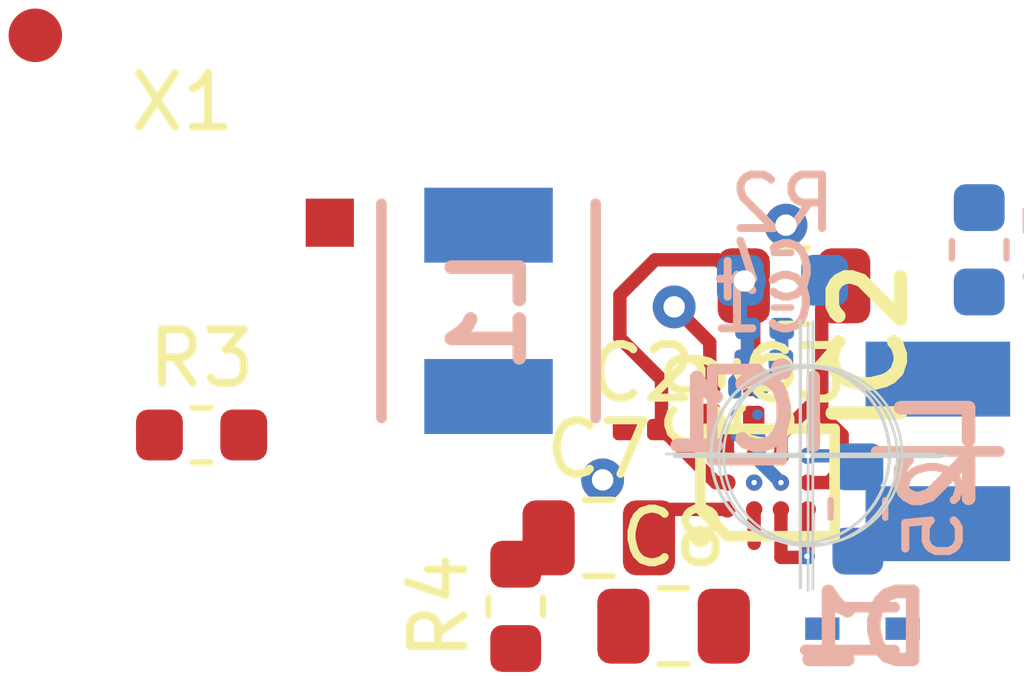
<source format=kicad_pcb>
(kicad_pcb (version 20171130) (host pcbnew "(5.1.5)-3")

  (general
    (thickness 1.6)
    (drawings 4)
    (tracks 58)
    (zones 0)
    (modules 19)
    (nets 17)
  )

  (page A4)
  (layers
    (0 F.Cu signal)
    (31 B.Cu signal)
    (32 B.Adhes user hide)
    (33 F.Adhes user hide)
    (34 B.Paste user hide)
    (35 F.Paste user hide)
    (36 B.SilkS user hide)
    (37 F.SilkS user hide)
    (38 B.Mask user hide)
    (39 F.Mask user hide)
    (40 Dwgs.User user hide)
    (41 Cmts.User user hide)
    (42 Eco1.User user hide)
    (43 Eco2.User user hide)
    (44 Edge.Cuts user hide)
    (45 Margin user hide)
    (46 B.CrtYd user hide)
    (47 F.CrtYd user hide)
    (48 B.Fab user hide)
    (49 F.Fab user hide)
  )

  (setup
    (last_trace_width 0.25)
    (trace_clearance 0.2)
    (zone_clearance 0.508)
    (zone_45_only no)
    (trace_min 0.2)
    (via_size 0.8)
    (via_drill 0.4)
    (via_min_size 0.4)
    (via_min_drill 0.3)
    (uvia_size 0.3)
    (uvia_drill 0.1)
    (uvias_allowed no)
    (uvia_min_size 0.2)
    (uvia_min_drill 0.1)
    (edge_width 0.05)
    (segment_width 0.2)
    (pcb_text_width 0.3)
    (pcb_text_size 1.5 1.5)
    (mod_edge_width 0.12)
    (mod_text_size 1 1)
    (mod_text_width 0.15)
    (pad_size 1.524 1.524)
    (pad_drill 0.762)
    (pad_to_mask_clearance 0.051)
    (solder_mask_min_width 0.25)
    (aux_axis_origin 0 0)
    (visible_elements 7EFDAE7F)
    (pcbplotparams
      (layerselection 0x010fc_ffffffff)
      (usegerberextensions false)
      (usegerberattributes false)
      (usegerberadvancedattributes false)
      (creategerberjobfile false)
      (excludeedgelayer true)
      (linewidth 0.100000)
      (plotframeref false)
      (viasonmask false)
      (mode 1)
      (useauxorigin false)
      (hpglpennumber 1)
      (hpglpenspeed 20)
      (hpglpendiameter 15.000000)
      (psnegative false)
      (psa4output false)
      (plotreference true)
      (plotvalue true)
      (plotinvisibletext false)
      (padsonsilk false)
      (subtractmaskfromsilk false)
      (outputformat 1)
      (mirror false)
      (drillshape 1)
      (scaleselection 1)
      (outputdirectory ""))
  )

  (net 0 "")
  (net 1 GND)
  (net 2 +3V3)
  (net 3 +15V)
  (net 4 "Net-(C5-Pad1)")
  (net 5 "Net-(C6-Pad2)")
  (net 6 /AUDIO_IN)
  (net 7 "Net-(C7-Pad2)")
  (net 8 /MEMS_POS_POLE)
  (net 9 "Net-(C8-Pad2)")
  (net 10 /MEMS_NEG_POLE)
  (net 11 "Net-(C9-Pad1)")
  (net 12 "Net-(IC1-PadB1)")
  (net 13 "Net-(D1-Pad2)")
  (net 14 /ENABLE)
  (net 15 "Net-(IC1-PadB2)")
  (net 16 /GAIN)

  (net_class Default "Dit is de standaard class."
    (clearance 0.2)
    (trace_width 0.25)
    (via_dia 0.8)
    (via_drill 0.4)
    (uvia_dia 0.3)
    (uvia_drill 0.1)
    (add_net +15V)
    (add_net +3V3)
    (add_net /AUDIO_IN)
    (add_net /ENABLE)
    (add_net /GAIN)
    (add_net /MEMS_NEG_POLE)
    (add_net /MEMS_POS_POLE)
    (add_net GND)
    (add_net "Net-(C5-Pad1)")
    (add_net "Net-(C6-Pad2)")
    (add_net "Net-(C7-Pad2)")
    (add_net "Net-(C8-Pad2)")
    (add_net "Net-(C9-Pad1)")
    (add_net "Net-(D1-Pad2)")
    (add_net "Net-(IC1-PadB1)")
    (add_net "Net-(IC1-PadB2)")
  )

  (module SamacSys_Parts:Adap_UT_P2019 (layer F.Cu) (tedit 612BF0E0) (tstamp 612AFEC6)
    (at 119.634 61.976 180)
    (path /612D2EC1)
    (solder_mask_margin 0.2)
    (solder_paste_ratio -0.1)
    (clearance 0.2)
    (fp_text reference X1 (at 0 0.5) (layer F.SilkS)
      (effects (font (size 1 1) (thickness 0.15)))
    )
    (fp_text value Adap_UT_P2019 (at 0.053071 2.987991) (layer F.Fab)
      (effects (font (size 1 1) (thickness 0.15)))
    )
    (fp_line (start -3.35 -2.35) (end 3.35 -2.35) (layer F.Fab) (width 0.12))
    (fp_line (start 3.35 2.35) (end 3.35 -2.35) (layer F.Fab) (width 0.12))
    (fp_line (start -3.35 2.35) (end -3.35 -2.35) (layer F.Fab) (width 0.12))
    (fp_line (start -3.35 2.35) (end 3.35 2.35) (layer F.Fab) (width 0.12))
    (pad 2 smd circle (at 2.75 1.75 180) (size 1 1) (layers F.Cu F.Paste F.Mask)
      (net 10 /MEMS_NEG_POLE) (zone_connect 0))
    (pad 1 smd custom (at -2.75 -1.75 180) (size 0.9 0.9) (layers F.Cu F.Paste F.Mask)
      (net 8 /MEMS_POS_POLE) (zone_connect 0)
      (options (clearance outline) (anchor rect))
      (primitives
      ))
  )

  (module SamacSys_Parts:INDC3225X170N (layer B.Cu) (tedit 0) (tstamp 612D1430)
    (at 133.74116 67.99706 90)
    (descr 1210/3225)
    (tags Inductor)
    (path /614A4A48)
    (attr smd)
    (fp_text reference L2 (at 0 0 270) (layer B.SilkS)
      (effects (font (size 1.27 1.27) (thickness 0.254)) (justify mirror))
    )
    (fp_text value BRL3225T4R7M (at 0 0 270) (layer B.SilkS) hide
      (effects (font (size 1.27 1.27) (thickness 0.254)) (justify mirror))
    )
    (fp_line (start 0 1.15) (end 0 -1.15) (layer B.SilkS) (width 0.2))
    (fp_line (start -1.6 -1.25) (end -1.6 1.25) (layer B.Fab) (width 0.1))
    (fp_line (start 1.6 -1.25) (end -1.6 -1.25) (layer B.Fab) (width 0.1))
    (fp_line (start 1.6 1.25) (end 1.6 -1.25) (layer B.Fab) (width 0.1))
    (fp_line (start -1.6 1.25) (end 1.6 1.25) (layer B.Fab) (width 0.1))
    (fp_line (start -2.3 -1.6) (end -2.3 1.6) (layer B.CrtYd) (width 0.05))
    (fp_line (start 2.3 -1.6) (end -2.3 -1.6) (layer B.CrtYd) (width 0.05))
    (fp_line (start 2.3 1.6) (end 2.3 -1.6) (layer B.CrtYd) (width 0.05))
    (fp_line (start -2.3 1.6) (end 2.3 1.6) (layer B.CrtYd) (width 0.05))
    (fp_text user %R (at 0 0 270) (layer B.Fab)
      (effects (font (size 1.27 1.27) (thickness 0.254)) (justify mirror))
    )
    (pad 2 smd rect (at 1.35 0 90) (size 1.4 2.7) (layers B.Cu B.Paste B.Mask)
      (net 2 +3V3))
    (pad 1 smd rect (at -1.35 0 90) (size 1.4 2.7) (layers B.Cu B.Paste B.Mask)
      (net 13 "Net-(D1-Pad2)"))
    (model C:\SamacSys_PCB_Library\KiCad\SamacSys_Parts.3dshapes\BRL3225T4R7M.stp
      (at (xyz 0 0 0))
      (scale (xyz 1 1 1))
      (rotate (xyz 0 0 0))
    )
  )

  (module SamacSys_Parts:FDSD0420WH150MP3 (layer B.Cu) (tedit 0) (tstamp 612D1386)
    (at 125.349 65.37198 270)
    (descr "1515 (4040) T=2.0mm")
    (tags Inductor)
    (path /614C1FFE)
    (attr smd)
    (fp_text reference L1 (at 0 0 270) (layer B.SilkS)
      (effects (font (size 1.27 1.27) (thickness 0.254)) (justify mirror))
    )
    (fp_text value FDSD0420-H-100M=P3 (at 0 0 270) (layer B.SilkS) hide
      (effects (font (size 1.27 1.27) (thickness 0.254)) (justify mirror))
    )
    (fp_line (start -2 -2) (end 2 -2) (layer B.SilkS) (width 0.2))
    (fp_line (start 2 2) (end -2 2) (layer B.SilkS) (width 0.2))
    (fp_line (start -2 -2) (end -2 2) (layer B.Fab) (width 0.1))
    (fp_line (start 2 -2) (end -2 -2) (layer B.Fab) (width 0.1))
    (fp_line (start 2 2) (end 2 -2) (layer B.Fab) (width 0.1))
    (fp_line (start -2 2) (end 2 2) (layer B.Fab) (width 0.1))
    (fp_line (start -2.85 -2.35) (end -2.85 2.35) (layer B.CrtYd) (width 0.05))
    (fp_line (start 2.85 -2.35) (end -2.85 -2.35) (layer B.CrtYd) (width 0.05))
    (fp_line (start 2.85 2.35) (end 2.85 -2.35) (layer B.CrtYd) (width 0.05))
    (fp_line (start -2.85 2.35) (end 2.85 2.35) (layer B.CrtYd) (width 0.05))
    (fp_text user %R (at 3.175 2.413 270) (layer B.Fab)
      (effects (font (size 1.27 1.27) (thickness 0.254)) (justify mirror))
    )
    (pad 2 smd rect (at 1.6 0 270) (size 1.4 2.4) (layers B.Cu B.Paste B.Mask)
      (net 15 "Net-(IC1-PadB2)"))
    (pad 1 smd rect (at -1.6 0 270) (size 1.4 2.4) (layers B.Cu B.Paste B.Mask)
      (net 2 +3V3))
    (model C:\SamacSys_PCB_Library\KiCad\SamacSys_Parts.3dshapes\FDSD0420-H-100M=P3.stp
      (at (xyz 0 0 0))
      (scale (xyz 1 1 1))
      (rotate (xyz 0 0 0))
    )
  )

  (module SamacSys_Parts:BGA12C50P3X4_146X196X68 (layer F.Cu) (tedit 0) (tstamp 612AD2E8)
    (at 130.56 68.58 90)
    (descr YZR0012)
    (tags "Integrated Circuit")
    (path /6128DFE1)
    (attr smd)
    (fp_text reference IC2 (at 2.54 1.905 90) (layer F.SilkS)
      (effects (font (size 1.27 1.27) (thickness 0.254)))
    )
    (fp_text value LM48580TL_NOPB (at 0 0 90) (layer F.SilkS) hide
      (effects (font (size 1.27 1.27) (thickness 0.254)))
    )
    (fp_circle (center -1.003 -1.253) (end -1.003 -1.153) (layer F.SilkS) (width 0.2))
    (fp_line (start -1.003 -0.75) (end -0.5 -1.253) (layer F.SilkS) (width 0.2))
    (fp_line (start -1.003 1.253) (end -1.003 -0.75) (layer F.SilkS) (width 0.2))
    (fp_line (start 1.003 1.253) (end -1.003 1.253) (layer F.SilkS) (width 0.2))
    (fp_line (start 1.003 -1.253) (end 1.003 1.253) (layer F.SilkS) (width 0.2))
    (fp_line (start -0.5 -1.253) (end 1.003 -1.253) (layer F.SilkS) (width 0.2))
    (fp_line (start -0.73 -0.482) (end -0.232 -0.98) (layer F.Fab) (width 0.1))
    (fp_line (start -0.73 0.98) (end -0.73 -0.98) (layer F.Fab) (width 0.1))
    (fp_line (start 0.73 0.98) (end -0.73 0.98) (layer F.Fab) (width 0.1))
    (fp_line (start 0.73 -0.98) (end 0.73 0.98) (layer F.Fab) (width 0.1))
    (fp_line (start -0.73 -0.98) (end 0.73 -0.98) (layer F.Fab) (width 0.1))
    (fp_line (start -1.745 1.995) (end -1.745 -1.995) (layer F.CrtYd) (width 0.05))
    (fp_line (start 1.745 1.995) (end -1.745 1.995) (layer F.CrtYd) (width 0.05))
    (fp_line (start 1.745 -1.995) (end 1.745 1.995) (layer F.CrtYd) (width 0.05))
    (fp_line (start -1.745 -1.995) (end 1.745 -1.995) (layer F.CrtYd) (width 0.05))
    (fp_text user %R (at 0 0 180) (layer F.Fab)
      (effects (font (size 1.27 1.27) (thickness 0.254)))
    )
    (pad D3 smd circle (at 0.5 0.75 180) (size 0.306 0.306) (layers F.Cu F.Paste F.Mask)
      (net 1 GND))
    (pad D2 smd circle (at 0 0.75 180) (size 0.306 0.306) (layers F.Cu F.Paste F.Mask)
      (net 2 +3V3))
    (pad D1 smd circle (at -0.5 0.75 180) (size 0.306 0.306) (layers F.Cu F.Paste F.Mask)
      (net 4 "Net-(C5-Pad1)"))
    (pad C3 smd circle (at 0.5 0.25 180) (size 0.306 0.306) (layers F.Cu F.Paste F.Mask)
      (net 2 +3V3))
    (pad C2 smd circle (at 0 0.25 180) (size 0.306 0.306) (layers F.Cu F.Paste F.Mask)
      (net 14 /ENABLE))
    (pad C1 smd circle (at -0.5 0.25 180) (size 0.306 0.306) (layers F.Cu F.Paste F.Mask)
      (net 4 "Net-(C5-Pad1)"))
    (pad B3 smd circle (at 0.5 -0.25 180) (size 0.306 0.306) (layers F.Cu F.Paste F.Mask)
      (net 11 "Net-(C9-Pad1)"))
    (pad B2 smd circle (at 0 -0.25 180) (size 0.306 0.306) (layers F.Cu F.Paste F.Mask)
      (net 16 /GAIN))
    (pad B1 smd circle (at -0.5 -0.25 180) (size 0.306 0.306) (layers F.Cu F.Paste F.Mask)
      (net 9 "Net-(C8-Pad2)"))
    (pad A3 smd circle (at 0.5 -0.75 180) (size 0.306 0.306) (layers F.Cu F.Paste F.Mask)
      (net 5 "Net-(C6-Pad2)"))
    (pad A2 smd circle (at 0 -0.75 180) (size 0.306 0.306) (layers F.Cu F.Paste F.Mask)
      (net 1 GND))
    (pad A1 smd circle (at -0.5 -0.75 180) (size 0.306 0.306) (layers F.Cu F.Paste F.Mask)
      (net 7 "Net-(C7-Pad2)"))
    (model C:\SamacSys_PCB_Library\KiCad\SamacSys_Parts.3dshapes\LM48580TLX_NOPB.stp
      (at (xyz 0 0 0))
      (scale (xyz 1 1 1))
      (rotate (xyz 0 0 0))
    )
  )

  (module SamacSys_Parts:BGA6C40P2X3_79X119X62 (layer B.Cu) (tedit 0) (tstamp 612D13BF)
    (at 130.175 67.31 180)
    (descr "WCSP (6)")
    (tags "Integrated Circuit")
    (path /6128F8E7)
    (attr smd)
    (fp_text reference IC1 (at 0 0 180) (layer B.SilkS)
      (effects (font (size 1.27 1.27) (thickness 0.254)) (justify mirror))
    )
    (fp_text value TPS61046YFFR (at 0 0 180) (layer B.SilkS) hide
      (effects (font (size 1.27 1.27) (thickness 0.254)) (justify mirror))
    )
    (fp_circle (center -0.65 0.85) (end -0.65 0.75) (layer B.SilkS) (width 0.2))
    (fp_line (start -0.65 0.4) (end -0.2 0.85) (layer B.SilkS) (width 0.2))
    (fp_line (start -0.65 -0.85) (end -0.65 0.4) (layer B.SilkS) (width 0.2))
    (fp_line (start 0.65 -0.85) (end -0.65 -0.85) (layer B.SilkS) (width 0.2))
    (fp_line (start 0.65 0.85) (end 0.65 -0.85) (layer B.SilkS) (width 0.2))
    (fp_line (start -0.2 0.85) (end 0.65 0.85) (layer B.SilkS) (width 0.2))
    (fp_line (start -0.396 0.29) (end -0.09 0.596) (layer B.Fab) (width 0.1))
    (fp_line (start -0.396 -0.596) (end -0.396 0.596) (layer B.Fab) (width 0.1))
    (fp_line (start 0.396 -0.596) (end -0.396 -0.596) (layer B.Fab) (width 0.1))
    (fp_line (start 0.396 0.596) (end 0.396 -0.596) (layer B.Fab) (width 0.1))
    (fp_line (start -0.396 0.596) (end 0.396 0.596) (layer B.Fab) (width 0.1))
    (fp_line (start -1.411 -1.611) (end -1.411 1.611) (layer B.CrtYd) (width 0.05))
    (fp_line (start 1.411 -1.611) (end -1.411 -1.611) (layer B.CrtYd) (width 0.05))
    (fp_line (start 1.411 1.611) (end 1.411 -1.611) (layer B.CrtYd) (width 0.05))
    (fp_line (start -1.411 1.611) (end 1.411 1.611) (layer B.CrtYd) (width 0.05))
    (fp_text user %R (at -1.143 0.381 180) (layer B.Fab)
      (effects (font (size 0.57 0.57) (thickness 0.1425)) (justify mirror))
    )
    (pad C2 smd circle (at 0.2 -0.4 90) (size 0.2 0.2) (layers B.Cu B.Paste B.Mask)
      (net 3 +15V))
    (pad C1 smd circle (at -0.2 -0.4 90) (size 0.2 0.2) (layers B.Cu B.Paste B.Mask)
      (net 14 /ENABLE))
    (pad B2 smd circle (at 0.2 0 90) (size 0.2 0.2) (layers B.Cu B.Paste B.Mask)
      (net 15 "Net-(IC1-PadB2)"))
    (pad B1 smd circle (at -0.2 0 90) (size 0.2 0.2) (layers B.Cu B.Paste B.Mask)
      (net 12 "Net-(IC1-PadB1)"))
    (pad A2 smd circle (at 0.2 0.4 90) (size 0.2 0.2) (layers B.Cu B.Paste B.Mask)
      (net 1 GND))
    (pad A1 smd circle (at -0.2 0.4 90) (size 0.2 0.2) (layers B.Cu B.Paste B.Mask)
      (net 2 +3V3))
    (model C:\SamacSys_PCB_Library\KiCad\SamacSys_Parts.3dshapes\TPS61046YFFR.stp
      (at (xyz 0 0 0))
      (scale (xyz 1 1 1))
      (rotate (xyz 0 0 0))
    )
  )

  (module SamacSys_Parts:SODFL1608X70N (layer B.Cu) (tedit 0) (tstamp 612D1354)
    (at 132.3333 71.30796)
    (descr "SOD-523 CASE 502")
    (tags Diode)
    (path /612F0BD4)
    (attr smd)
    (fp_text reference D1 (at 0 0) (layer B.SilkS)
      (effects (font (size 1.27 1.27) (thickness 0.254)) (justify mirror))
    )
    (fp_text value NSR0520V2T1G (at 0 0) (layer B.SilkS) hide
      (effects (font (size 1.27 1.27) (thickness 0.254)) (justify mirror))
    )
    (fp_line (start -0.6 -0.4) (end 0.6 -0.4) (layer B.SilkS) (width 0.2))
    (fp_line (start -1.07 0.4) (end 0.6 0.4) (layer B.SilkS) (width 0.2))
    (fp_line (start -0.6 0.08) (end -0.28 0.4) (layer B.Fab) (width 0.1))
    (fp_line (start -0.6 -0.4) (end -0.6 0.4) (layer B.Fab) (width 0.1))
    (fp_line (start 0.6 -0.4) (end -0.6 -0.4) (layer B.Fab) (width 0.1))
    (fp_line (start 0.6 0.4) (end 0.6 -0.4) (layer B.Fab) (width 0.1))
    (fp_line (start -0.6 0.4) (end 0.6 0.4) (layer B.Fab) (width 0.1))
    (fp_line (start -1.22 -0.6) (end -1.22 0.6) (layer B.CrtYd) (width 0.05))
    (fp_line (start 1.22 -0.6) (end -1.22 -0.6) (layer B.CrtYd) (width 0.05))
    (fp_line (start 1.22 0.6) (end 1.22 -0.6) (layer B.CrtYd) (width 0.05))
    (fp_line (start -1.22 0.6) (end 1.22 0.6) (layer B.CrtYd) (width 0.05))
    (fp_text user %R (at 0 0) (layer B.Fab)
      (effects (font (size 1.27 1.27) (thickness 0.254)) (justify mirror))
    )
    (pad 2 smd rect (at 0.75 0 270) (size 0.42 0.64) (layers B.Cu B.Paste B.Mask)
      (net 13 "Net-(D1-Pad2)"))
    (pad 1 smd rect (at -0.75 0 270) (size 0.42 0.64) (layers B.Cu B.Paste B.Mask)
      (net 4 "Net-(C5-Pad1)"))
    (model C:\SamacSys_PCB_Library\KiCad\SamacSys_Parts.3dshapes\NSR0520V2T1G.stp
      (at (xyz 0 0 0))
      (scale (xyz 1 1 1))
      (rotate (xyz 0 0 0))
    )
  )

  (module Resistor_SMD:R_0603_1608Metric (layer F.Cu) (tedit 5B301BBD) (tstamp 612A039E)
    (at 125.857 70.8915 90)
    (descr "Resistor SMD 0603 (1608 Metric), square (rectangular) end terminal, IPC_7351 nominal, (Body size source: http://www.tortai-tech.com/upload/download/2011102023233369053.pdf), generated with kicad-footprint-generator")
    (tags resistor)
    (path /61296F66)
    (attr smd)
    (fp_text reference R4 (at 0 -1.43 90) (layer F.SilkS)
      (effects (font (size 1 1) (thickness 0.15)))
    )
    (fp_text value 100k (at 0 1.43 90) (layer F.Fab)
      (effects (font (size 1 1) (thickness 0.15)))
    )
    (fp_text user %R (at 0 0 90) (layer F.Fab)
      (effects (font (size 0.4 0.4) (thickness 0.06)))
    )
    (fp_line (start 1.48 0.73) (end -1.48 0.73) (layer F.CrtYd) (width 0.05))
    (fp_line (start 1.48 -0.73) (end 1.48 0.73) (layer F.CrtYd) (width 0.05))
    (fp_line (start -1.48 -0.73) (end 1.48 -0.73) (layer F.CrtYd) (width 0.05))
    (fp_line (start -1.48 0.73) (end -1.48 -0.73) (layer F.CrtYd) (width 0.05))
    (fp_line (start -0.162779 0.51) (end 0.162779 0.51) (layer F.SilkS) (width 0.12))
    (fp_line (start -0.162779 -0.51) (end 0.162779 -0.51) (layer F.SilkS) (width 0.12))
    (fp_line (start 0.8 0.4) (end -0.8 0.4) (layer F.Fab) (width 0.1))
    (fp_line (start 0.8 -0.4) (end 0.8 0.4) (layer F.Fab) (width 0.1))
    (fp_line (start -0.8 -0.4) (end 0.8 -0.4) (layer F.Fab) (width 0.1))
    (fp_line (start -0.8 0.4) (end -0.8 -0.4) (layer F.Fab) (width 0.1))
    (pad 2 smd roundrect (at 0.7875 0 90) (size 0.875 0.95) (layers F.Cu F.Paste F.Mask) (roundrect_rratio 0.25)
      (net 3 +15V))
    (pad 1 smd roundrect (at -0.7875 0 90) (size 0.875 0.95) (layers F.Cu F.Paste F.Mask) (roundrect_rratio 0.25)
      (net 10 /MEMS_NEG_POLE))
    (model ${KISYS3DMOD}/Resistor_SMD.3dshapes/R_0603_1608Metric.wrl
      (at (xyz 0 0 0))
      (scale (xyz 1 1 1))
      (rotate (xyz 0 0 0))
    )
  )

  (module Resistor_SMD:R_0603_1608Metric (layer F.Cu) (tedit 5B301BBD) (tstamp 612A038D)
    (at 119.9895 67.691)
    (descr "Resistor SMD 0603 (1608 Metric), square (rectangular) end terminal, IPC_7351 nominal, (Body size source: http://www.tortai-tech.com/upload/download/2011102023233369053.pdf), generated with kicad-footprint-generator")
    (tags resistor)
    (path /612965BF)
    (attr smd)
    (fp_text reference R3 (at 0 -1.43) (layer F.SilkS)
      (effects (font (size 1 1) (thickness 0.15)))
    )
    (fp_text value 100k (at 0 1.43) (layer F.Fab)
      (effects (font (size 1 1) (thickness 0.15)))
    )
    (fp_text user %R (at 0 0) (layer F.Fab)
      (effects (font (size 0.4 0.4) (thickness 0.06)))
    )
    (fp_line (start 1.48 0.73) (end -1.48 0.73) (layer F.CrtYd) (width 0.05))
    (fp_line (start 1.48 -0.73) (end 1.48 0.73) (layer F.CrtYd) (width 0.05))
    (fp_line (start -1.48 -0.73) (end 1.48 -0.73) (layer F.CrtYd) (width 0.05))
    (fp_line (start -1.48 0.73) (end -1.48 -0.73) (layer F.CrtYd) (width 0.05))
    (fp_line (start -0.162779 0.51) (end 0.162779 0.51) (layer F.SilkS) (width 0.12))
    (fp_line (start -0.162779 -0.51) (end 0.162779 -0.51) (layer F.SilkS) (width 0.12))
    (fp_line (start 0.8 0.4) (end -0.8 0.4) (layer F.Fab) (width 0.1))
    (fp_line (start 0.8 -0.4) (end 0.8 0.4) (layer F.Fab) (width 0.1))
    (fp_line (start -0.8 -0.4) (end 0.8 -0.4) (layer F.Fab) (width 0.1))
    (fp_line (start -0.8 0.4) (end -0.8 -0.4) (layer F.Fab) (width 0.1))
    (pad 2 smd roundrect (at 0.7875 0) (size 0.875 0.95) (layers F.Cu F.Paste F.Mask) (roundrect_rratio 0.25)
      (net 3 +15V))
    (pad 1 smd roundrect (at -0.7875 0) (size 0.875 0.95) (layers F.Cu F.Paste F.Mask) (roundrect_rratio 0.25)
      (net 8 /MEMS_POS_POLE))
    (model ${KISYS3DMOD}/Resistor_SMD.3dshapes/R_0603_1608Metric.wrl
      (at (xyz 0 0 0))
      (scale (xyz 1 1 1))
      (rotate (xyz 0 0 0))
    )
  )

  (module Resistor_SMD:R_0603_1608Metric (layer B.Cu) (tedit 5B301BBD) (tstamp 612D1401)
    (at 130.84058 64.80048 180)
    (descr "Resistor SMD 0603 (1608 Metric), square (rectangular) end terminal, IPC_7351 nominal, (Body size source: http://www.tortai-tech.com/upload/download/2011102023233369053.pdf), generated with kicad-footprint-generator")
    (tags resistor)
    (path /61297E2E)
    (attr smd)
    (fp_text reference R2 (at 0 1.43) (layer B.SilkS)
      (effects (font (size 1 1) (thickness 0.15)) (justify mirror))
    )
    (fp_text value 30k (at 0.1525 0) (layer B.Fab)
      (effects (font (size 1 1) (thickness 0.15)) (justify mirror))
    )
    (fp_text user %R (at 0 0 270) (layer B.Fab)
      (effects (font (size 0.4 0.4) (thickness 0.06)) (justify mirror))
    )
    (fp_line (start 1.48 -0.73) (end -1.48 -0.73) (layer B.CrtYd) (width 0.05))
    (fp_line (start 1.48 0.73) (end 1.48 -0.73) (layer B.CrtYd) (width 0.05))
    (fp_line (start -1.48 0.73) (end 1.48 0.73) (layer B.CrtYd) (width 0.05))
    (fp_line (start -1.48 -0.73) (end -1.48 0.73) (layer B.CrtYd) (width 0.05))
    (fp_line (start -0.162779 -0.51) (end 0.162779 -0.51) (layer B.SilkS) (width 0.12))
    (fp_line (start -0.162779 0.51) (end 0.162779 0.51) (layer B.SilkS) (width 0.12))
    (fp_line (start 0.8 -0.4) (end -0.8 -0.4) (layer B.Fab) (width 0.1))
    (fp_line (start 0.8 0.4) (end 0.8 -0.4) (layer B.Fab) (width 0.1))
    (fp_line (start -0.8 0.4) (end 0.8 0.4) (layer B.Fab) (width 0.1))
    (fp_line (start -0.8 -0.4) (end -0.8 0.4) (layer B.Fab) (width 0.1))
    (pad 2 smd roundrect (at 0.7875 0 180) (size 0.875 0.95) (layers B.Cu B.Paste B.Mask) (roundrect_rratio 0.25)
      (net 1 GND))
    (pad 1 smd roundrect (at -0.7875 0 180) (size 0.875 0.95) (layers B.Cu B.Paste B.Mask) (roundrect_rratio 0.25)
      (net 12 "Net-(IC1-PadB1)"))
    (model ${KISYS3DMOD}/Resistor_SMD.3dshapes/R_0603_1608Metric.wrl
      (at (xyz 0 0 0))
      (scale (xyz 1 1 1))
      (rotate (xyz 0 0 0))
    )
  )

  (module Resistor_SMD:R_0603_1608Metric (layer B.Cu) (tedit 5B301BBD) (tstamp 612D145E)
    (at 134.51332 64.23152 90)
    (descr "Resistor SMD 0603 (1608 Metric), square (rectangular) end terminal, IPC_7351 nominal, (Body size source: http://www.tortai-tech.com/upload/download/2011102023233369053.pdf), generated with kicad-footprint-generator")
    (tags resistor)
    (path /612975AA)
    (attr smd)
    (fp_text reference R1 (at 0 1.43 90) (layer B.SilkS)
      (effects (font (size 1 1) (thickness 0.15)) (justify mirror))
    )
    (fp_text value 536k (at 0 -1.43 90) (layer B.Fab)
      (effects (font (size 1 1) (thickness 0.15)) (justify mirror))
    )
    (fp_text user %R (at 0.02 0 180) (layer B.Fab)
      (effects (font (size 0.4 0.4) (thickness 0.06)) (justify mirror))
    )
    (fp_line (start 1.48 -0.73) (end -1.48 -0.73) (layer B.CrtYd) (width 0.05))
    (fp_line (start 1.48 0.73) (end 1.48 -0.73) (layer B.CrtYd) (width 0.05))
    (fp_line (start -1.48 0.73) (end 1.48 0.73) (layer B.CrtYd) (width 0.05))
    (fp_line (start -1.48 -0.73) (end -1.48 0.73) (layer B.CrtYd) (width 0.05))
    (fp_line (start -0.162779 -0.51) (end 0.162779 -0.51) (layer B.SilkS) (width 0.12))
    (fp_line (start -0.162779 0.51) (end 0.162779 0.51) (layer B.SilkS) (width 0.12))
    (fp_line (start 0.8 -0.4) (end -0.8 -0.4) (layer B.Fab) (width 0.1))
    (fp_line (start 0.8 0.4) (end 0.8 -0.4) (layer B.Fab) (width 0.1))
    (fp_line (start -0.8 0.4) (end 0.8 0.4) (layer B.Fab) (width 0.1))
    (fp_line (start -0.8 -0.4) (end -0.8 0.4) (layer B.Fab) (width 0.1))
    (pad 2 smd roundrect (at 0.7875 0 90) (size 0.875 0.95) (layers B.Cu B.Paste B.Mask) (roundrect_rratio 0.25)
      (net 12 "Net-(IC1-PadB1)"))
    (pad 1 smd roundrect (at -0.7875 0 90) (size 0.875 0.95) (layers B.Cu B.Paste B.Mask) (roundrect_rratio 0.25)
      (net 3 +15V))
    (model ${KISYS3DMOD}/Resistor_SMD.3dshapes/R_0603_1608Metric.wrl
      (at (xyz 0 0 0))
      (scale (xyz 1 1 1))
      (rotate (xyz 0 0 0))
    )
  )

  (module Capacitor_SMD:C_0201_0603Metric (layer F.Cu) (tedit 5B301BBE) (tstamp 612A035A)
    (at 130.302 67.056 90)
    (descr "Capacitor SMD 0201 (0603 Metric), square (rectangular) end terminal, IPC_7351 nominal, (Body size source: https://www.vishay.com/docs/20052/crcw0201e3.pdf), generated with kicad-footprint-generator")
    (tags capacitor)
    (path /6129539A)
    (attr smd)
    (fp_text reference C9 (at 0 -1.05 90) (layer F.SilkS)
      (effects (font (size 1 1) (thickness 0.15)))
    )
    (fp_text value 1µF (at 0 1.05 90) (layer F.Fab)
      (effects (font (size 1 1) (thickness 0.15)))
    )
    (fp_text user %R (at 0 -0.508 90) (layer F.Fab)
      (effects (font (size 0.25 0.25) (thickness 0.04)))
    )
    (fp_line (start 0.7 0.35) (end -0.7 0.35) (layer F.CrtYd) (width 0.05))
    (fp_line (start 0.7 -0.35) (end 0.7 0.35) (layer F.CrtYd) (width 0.05))
    (fp_line (start -0.7 -0.35) (end 0.7 -0.35) (layer F.CrtYd) (width 0.05))
    (fp_line (start -0.7 0.35) (end -0.7 -0.35) (layer F.CrtYd) (width 0.05))
    (fp_line (start 0.3 0.15) (end -0.3 0.15) (layer F.Fab) (width 0.1))
    (fp_line (start 0.3 -0.15) (end 0.3 0.15) (layer F.Fab) (width 0.1))
    (fp_line (start -0.3 -0.15) (end 0.3 -0.15) (layer F.Fab) (width 0.1))
    (fp_line (start -0.3 0.15) (end -0.3 -0.15) (layer F.Fab) (width 0.1))
    (pad 2 smd roundrect (at 0.32 0 90) (size 0.46 0.4) (layers F.Cu F.Mask) (roundrect_rratio 0.25)
      (net 1 GND))
    (pad 1 smd roundrect (at -0.32 0 90) (size 0.46 0.4) (layers F.Cu F.Mask) (roundrect_rratio 0.25)
      (net 11 "Net-(C9-Pad1)"))
    (pad "" smd roundrect (at 0.345 0 90) (size 0.318 0.36) (layers F.Paste) (roundrect_rratio 0.25))
    (pad "" smd roundrect (at -0.345 0 90) (size 0.318 0.36) (layers F.Paste) (roundrect_rratio 0.25))
    (model ${KISYS3DMOD}/Capacitor_SMD.3dshapes/C_0201_0603Metric.wrl
      (at (xyz 0 0 0))
      (scale (xyz 1 1 1))
      (rotate (xyz 0 0 0))
    )
  )

  (module Capacitor_SMD:C_0805_2012Metric (layer F.Cu) (tedit 5B36C52B) (tstamp 612A0349)
    (at 128.8057 71.26224)
    (descr "Capacitor SMD 0805 (2012 Metric), square (rectangular) end terminal, IPC_7351 nominal, (Body size source: https://docs.google.com/spreadsheets/d/1BsfQQcO9C6DZCsRaXUlFlo91Tg2WpOkGARC1WS5S8t0/edit?usp=sharing), generated with kicad-footprint-generator")
    (tags capacitor)
    (path /612939E5)
    (attr smd)
    (fp_text reference C8 (at 0 -1.65) (layer F.SilkS)
      (effects (font (size 1 1) (thickness 0.15)))
    )
    (fp_text value 10µF (at 0 1.65) (layer F.Fab)
      (effects (font (size 1 1) (thickness 0.15)))
    )
    (fp_text user %R (at 0 0 90) (layer F.Fab)
      (effects (font (size 0.5 0.5) (thickness 0.08)))
    )
    (fp_line (start 1.68 0.95) (end -1.68 0.95) (layer F.CrtYd) (width 0.05))
    (fp_line (start 1.68 -0.95) (end 1.68 0.95) (layer F.CrtYd) (width 0.05))
    (fp_line (start -1.68 -0.95) (end 1.68 -0.95) (layer F.CrtYd) (width 0.05))
    (fp_line (start -1.68 0.95) (end -1.68 -0.95) (layer F.CrtYd) (width 0.05))
    (fp_line (start -0.258578 0.71) (end 0.258578 0.71) (layer F.SilkS) (width 0.12))
    (fp_line (start -0.258578 -0.71) (end 0.258578 -0.71) (layer F.SilkS) (width 0.12))
    (fp_line (start 1 0.6) (end -1 0.6) (layer F.Fab) (width 0.1))
    (fp_line (start 1 -0.6) (end 1 0.6) (layer F.Fab) (width 0.1))
    (fp_line (start -1 -0.6) (end 1 -0.6) (layer F.Fab) (width 0.1))
    (fp_line (start -1 0.6) (end -1 -0.6) (layer F.Fab) (width 0.1))
    (pad 2 smd roundrect (at 0.9375 0) (size 0.975 1.4) (layers F.Cu F.Paste F.Mask) (roundrect_rratio 0.25)
      (net 9 "Net-(C8-Pad2)"))
    (pad 1 smd roundrect (at -0.9375 0) (size 0.975 1.4) (layers F.Cu F.Paste F.Mask) (roundrect_rratio 0.25)
      (net 10 /MEMS_NEG_POLE))
    (model ${KISYS3DMOD}/Capacitor_SMD.3dshapes/C_0805_2012Metric.wrl
      (at (xyz 0 0 0))
      (scale (xyz 1 1 1))
      (rotate (xyz 0 0 0))
    )
  )

  (module Capacitor_SMD:C_0805_2012Metric (layer F.Cu) (tedit 5B36C52B) (tstamp 612A0338)
    (at 127.4087 69.61124)
    (descr "Capacitor SMD 0805 (2012 Metric), square (rectangular) end terminal, IPC_7351 nominal, (Body size source: https://docs.google.com/spreadsheets/d/1BsfQQcO9C6DZCsRaXUlFlo91Tg2WpOkGARC1WS5S8t0/edit?usp=sharing), generated with kicad-footprint-generator")
    (tags capacitor)
    (path /61293115)
    (attr smd)
    (fp_text reference C7 (at 0 -1.65) (layer F.SilkS)
      (effects (font (size 1 1) (thickness 0.15)))
    )
    (fp_text value 10µF (at 0 1.65) (layer F.Fab)
      (effects (font (size 1 1) (thickness 0.15)))
    )
    (fp_text user %R (at 0 0) (layer F.Fab)
      (effects (font (size 0.5 0.5) (thickness 0.08)))
    )
    (fp_line (start 1.68 0.95) (end -1.68 0.95) (layer F.CrtYd) (width 0.05))
    (fp_line (start 1.68 -0.95) (end 1.68 0.95) (layer F.CrtYd) (width 0.05))
    (fp_line (start -1.68 -0.95) (end 1.68 -0.95) (layer F.CrtYd) (width 0.05))
    (fp_line (start -1.68 0.95) (end -1.68 -0.95) (layer F.CrtYd) (width 0.05))
    (fp_line (start -0.258578 0.71) (end 0.258578 0.71) (layer F.SilkS) (width 0.12))
    (fp_line (start -0.258578 -0.71) (end 0.258578 -0.71) (layer F.SilkS) (width 0.12))
    (fp_line (start 1 0.6) (end -1 0.6) (layer F.Fab) (width 0.1))
    (fp_line (start 1 -0.6) (end 1 0.6) (layer F.Fab) (width 0.1))
    (fp_line (start -1 -0.6) (end 1 -0.6) (layer F.Fab) (width 0.1))
    (fp_line (start -1 0.6) (end -1 -0.6) (layer F.Fab) (width 0.1))
    (pad 2 smd roundrect (at 0.9375 0) (size 0.975 1.4) (layers F.Cu F.Paste F.Mask) (roundrect_rratio 0.25)
      (net 7 "Net-(C7-Pad2)"))
    (pad 1 smd roundrect (at -0.9375 0) (size 0.975 1.4) (layers F.Cu F.Paste F.Mask) (roundrect_rratio 0.25)
      (net 8 /MEMS_POS_POLE))
    (model ${KISYS3DMOD}/Capacitor_SMD.3dshapes/C_0805_2012Metric.wrl
      (at (xyz 0 0 0))
      (scale (xyz 1 1 1))
      (rotate (xyz 0 0 0))
    )
  )

  (module Capacitor_SMD:C_0201_0603Metric (layer F.Cu) (tedit 5B301BBE) (tstamp 612A0327)
    (at 129.48158 67.01786 270)
    (descr "Capacitor SMD 0201 (0603 Metric), square (rectangular) end terminal, IPC_7351 nominal, (Body size source: https://www.vishay.com/docs/20052/crcw0201e3.pdf), generated with kicad-footprint-generator")
    (tags capacitor)
    (path /61293E5C)
    (attr smd)
    (fp_text reference C6 (at 0 -1.05 90) (layer F.SilkS)
      (effects (font (size 1 1) (thickness 0.15)))
    )
    (fp_text value 1µF (at 0 1.05 90) (layer F.Fab)
      (effects (font (size 1 1) (thickness 0.15)))
    )
    (fp_text user %R (at 0 -0.68 90) (layer F.Fab)
      (effects (font (size 0.25 0.25) (thickness 0.04)))
    )
    (fp_line (start 0.7 0.35) (end -0.7 0.35) (layer F.CrtYd) (width 0.05))
    (fp_line (start 0.7 -0.35) (end 0.7 0.35) (layer F.CrtYd) (width 0.05))
    (fp_line (start -0.7 -0.35) (end 0.7 -0.35) (layer F.CrtYd) (width 0.05))
    (fp_line (start -0.7 0.35) (end -0.7 -0.35) (layer F.CrtYd) (width 0.05))
    (fp_line (start 0.3 0.15) (end -0.3 0.15) (layer F.Fab) (width 0.1))
    (fp_line (start 0.3 -0.15) (end 0.3 0.15) (layer F.Fab) (width 0.1))
    (fp_line (start -0.3 -0.15) (end 0.3 -0.15) (layer F.Fab) (width 0.1))
    (fp_line (start -0.3 0.15) (end -0.3 -0.15) (layer F.Fab) (width 0.1))
    (pad 2 smd roundrect (at 0.32 0 270) (size 0.46 0.4) (layers F.Cu F.Mask) (roundrect_rratio 0.25)
      (net 5 "Net-(C6-Pad2)"))
    (pad 1 smd roundrect (at -0.32 0 270) (size 0.46 0.4) (layers F.Cu F.Mask) (roundrect_rratio 0.25)
      (net 6 /AUDIO_IN))
    (pad "" smd roundrect (at 0.345 0 270) (size 0.318 0.36) (layers F.Paste) (roundrect_rratio 0.25))
    (pad "" smd roundrect (at -0.345 0 270) (size 0.318 0.36) (layers F.Paste) (roundrect_rratio 0.25))
    (model ${KISYS3DMOD}/Capacitor_SMD.3dshapes/C_0201_0603Metric.wrl
      (at (xyz 0 0 0))
      (scale (xyz 1 1 1))
      (rotate (xyz 0 0 0))
    )
  )

  (module Capacitor_SMD:C_0603_1608Metric (layer B.Cu) (tedit 5B301BBE) (tstamp 612D14BE)
    (at 132.24764 69.07276 90)
    (descr "Capacitor SMD 0603 (1608 Metric), square (rectangular) end terminal, IPC_7351 nominal, (Body size source: http://www.tortai-tech.com/upload/download/2011102023233369053.pdf), generated with kicad-footprint-generator")
    (tags capacitor)
    (path /61292B18)
    (attr smd)
    (fp_text reference C5 (at 0 1.43 90) (layer B.SilkS)
      (effects (font (size 1 1) (thickness 0.15)) (justify mirror))
    )
    (fp_text value 1µF (at 0 -1.43 90) (layer B.Fab)
      (effects (font (size 1 1) (thickness 0.15)) (justify mirror))
    )
    (fp_text user %R (at 0 0 90) (layer B.Fab)
      (effects (font (size 0.4 0.4) (thickness 0.06)) (justify mirror))
    )
    (fp_line (start 1.48 -0.73) (end -1.48 -0.73) (layer B.CrtYd) (width 0.05))
    (fp_line (start 1.48 0.73) (end 1.48 -0.73) (layer B.CrtYd) (width 0.05))
    (fp_line (start -1.48 0.73) (end 1.48 0.73) (layer B.CrtYd) (width 0.05))
    (fp_line (start -1.48 -0.73) (end -1.48 0.73) (layer B.CrtYd) (width 0.05))
    (fp_line (start -0.162779 -0.51) (end 0.162779 -0.51) (layer B.SilkS) (width 0.12))
    (fp_line (start -0.162779 0.51) (end 0.162779 0.51) (layer B.SilkS) (width 0.12))
    (fp_line (start 0.8 -0.4) (end -0.8 -0.4) (layer B.Fab) (width 0.1))
    (fp_line (start 0.8 0.4) (end 0.8 -0.4) (layer B.Fab) (width 0.1))
    (fp_line (start -0.8 0.4) (end 0.8 0.4) (layer B.Fab) (width 0.1))
    (fp_line (start -0.8 -0.4) (end -0.8 0.4) (layer B.Fab) (width 0.1))
    (pad 2 smd roundrect (at 0.7875 0 90) (size 0.875 0.95) (layers B.Cu B.Paste B.Mask) (roundrect_rratio 0.25)
      (net 1 GND))
    (pad 1 smd roundrect (at -0.7875 0 90) (size 0.875 0.95) (layers B.Cu B.Paste B.Mask) (roundrect_rratio 0.25)
      (net 4 "Net-(C5-Pad1)"))
    (model ${KISYS3DMOD}/Capacitor_SMD.3dshapes/C_0603_1608Metric.wrl
      (at (xyz 0 0 0))
      (scale (xyz 1 1 1))
      (rotate (xyz 0 0 0))
    )
  )

  (module Capacitor_SMD:C_0201_0603Metric (layer B.Cu) (tedit 5B301BBE) (tstamp 612D148E)
    (at 130.5052 65.70218 180)
    (descr "Capacitor SMD 0201 (0603 Metric), square (rectangular) end terminal, IPC_7351 nominal, (Body size source: https://www.vishay.com/docs/20052/crcw0201e3.pdf), generated with kicad-footprint-generator")
    (tags capacitor)
    (path /612924BE)
    (attr smd)
    (fp_text reference C4 (at 0 1.05) (layer B.SilkS)
      (effects (font (size 1 1) (thickness 0.15)) (justify mirror))
    )
    (fp_text value 1µF (at 0 -1.05) (layer B.Fab)
      (effects (font (size 1 1) (thickness 0.15)) (justify mirror))
    )
    (fp_text user %R (at -1.077 0.254) (layer B.Fab)
      (effects (font (size 0.25 0.25) (thickness 0.04)) (justify mirror))
    )
    (fp_line (start 0.7 -0.35) (end -0.7 -0.35) (layer B.CrtYd) (width 0.05))
    (fp_line (start 0.7 0.35) (end 0.7 -0.35) (layer B.CrtYd) (width 0.05))
    (fp_line (start -0.7 0.35) (end 0.7 0.35) (layer B.CrtYd) (width 0.05))
    (fp_line (start -0.7 -0.35) (end -0.7 0.35) (layer B.CrtYd) (width 0.05))
    (fp_line (start 0.3 -0.15) (end -0.3 -0.15) (layer B.Fab) (width 0.1))
    (fp_line (start 0.3 0.15) (end 0.3 -0.15) (layer B.Fab) (width 0.1))
    (fp_line (start -0.3 0.15) (end 0.3 0.15) (layer B.Fab) (width 0.1))
    (fp_line (start -0.3 -0.15) (end -0.3 0.15) (layer B.Fab) (width 0.1))
    (pad 2 smd roundrect (at 0.32 0 180) (size 0.46 0.4) (layers B.Cu B.Mask) (roundrect_rratio 0.25)
      (net 1 GND))
    (pad 1 smd roundrect (at -0.32 0 180) (size 0.46 0.4) (layers B.Cu B.Mask) (roundrect_rratio 0.25)
      (net 2 +3V3))
    (pad "" smd roundrect (at 0.345 0 180) (size 0.318 0.36) (layers B.Paste) (roundrect_rratio 0.25))
    (pad "" smd roundrect (at -0.345 0 180) (size 0.318 0.36) (layers B.Paste) (roundrect_rratio 0.25))
    (model ${KISYS3DMOD}/Capacitor_SMD.3dshapes/C_0201_0603Metric.wrl
      (at (xyz 0 0 0))
      (scale (xyz 1 1 1))
      (rotate (xyz 0 0 0))
    )
  )

  (module Capacitor_SMD:C_0805_2012Metric (layer F.Cu) (tedit 5B36C52B) (tstamp 612A02F4)
    (at 131.05408 64.90462 180)
    (descr "Capacitor SMD 0805 (2012 Metric), square (rectangular) end terminal, IPC_7351 nominal, (Body size source: https://docs.google.com/spreadsheets/d/1BsfQQcO9C6DZCsRaXUlFlo91Tg2WpOkGARC1WS5S8t0/edit?usp=sharing), generated with kicad-footprint-generator")
    (tags capacitor)
    (path /6129228D)
    (attr smd)
    (fp_text reference C3 (at 0 -1.65 180) (layer F.SilkS)
      (effects (font (size 1 1) (thickness 0.15)))
    )
    (fp_text value 10µF (at 0 1.65 180) (layer F.Fab)
      (effects (font (size 1 1) (thickness 0.15)))
    )
    (fp_text user %R (at 0 0 180) (layer B.Fab)
      (effects (font (size 0.5 0.5) (thickness 0.08)) (justify mirror))
    )
    (fp_line (start 1.68 0.95) (end -1.68 0.95) (layer F.CrtYd) (width 0.05))
    (fp_line (start 1.68 -0.95) (end 1.68 0.95) (layer F.CrtYd) (width 0.05))
    (fp_line (start -1.68 -0.95) (end 1.68 -0.95) (layer F.CrtYd) (width 0.05))
    (fp_line (start -1.68 0.95) (end -1.68 -0.95) (layer F.CrtYd) (width 0.05))
    (fp_line (start -0.258578 0.71) (end 0.258578 0.71) (layer F.SilkS) (width 0.12))
    (fp_line (start -0.258578 -0.71) (end 0.258578 -0.71) (layer F.SilkS) (width 0.12))
    (fp_line (start 1 0.6) (end -1 0.6) (layer F.Fab) (width 0.1))
    (fp_line (start 1 -0.6) (end 1 0.6) (layer F.Fab) (width 0.1))
    (fp_line (start -1 -0.6) (end 1 -0.6) (layer F.Fab) (width 0.1))
    (fp_line (start -1 0.6) (end -1 -0.6) (layer F.Fab) (width 0.1))
    (pad 2 smd roundrect (at 0.9375 0 180) (size 0.975 1.4) (layers F.Cu F.Paste F.Mask) (roundrect_rratio 0.25)
      (net 1 GND))
    (pad 1 smd roundrect (at -0.9375 0 180) (size 0.975 1.4) (layers F.Cu F.Paste F.Mask) (roundrect_rratio 0.25)
      (net 2 +3V3))
    (model ${KISYS3DMOD}/Capacitor_SMD.3dshapes/C_0805_2012Metric.wrl
      (at (xyz 0 0 0))
      (scale (xyz 1 1 1))
      (rotate (xyz 0 0 0))
    )
  )

  (module Capacitor_SMD:C_0201_0603Metric (layer F.Cu) (tedit 5B301BBE) (tstamp 612A02E3)
    (at 128.2192 67.5894)
    (descr "Capacitor SMD 0201 (0603 Metric), square (rectangular) end terminal, IPC_7351 nominal, (Body size source: https://www.vishay.com/docs/20052/crcw0201e3.pdf), generated with kicad-footprint-generator")
    (tags capacitor)
    (path /61291D9C)
    (attr smd)
    (fp_text reference C2 (at 0 -1.05 180) (layer F.SilkS)
      (effects (font (size 1 1) (thickness 0.15)))
    )
    (fp_text value 2,2µF (at 0 1.05 180) (layer F.Fab)
      (effects (font (size 1 1) (thickness 0.15)))
    )
    (fp_text user %R (at 0 -0.68 180) (layer F.Fab)
      (effects (font (size 0.25 0.25) (thickness 0.04)))
    )
    (fp_line (start 0.7 0.35) (end -0.7 0.35) (layer F.CrtYd) (width 0.05))
    (fp_line (start 0.7 -0.35) (end 0.7 0.35) (layer F.CrtYd) (width 0.05))
    (fp_line (start -0.7 -0.35) (end 0.7 -0.35) (layer F.CrtYd) (width 0.05))
    (fp_line (start -0.7 0.35) (end -0.7 -0.35) (layer F.CrtYd) (width 0.05))
    (fp_line (start 0.3 0.15) (end -0.3 0.15) (layer F.Fab) (width 0.1))
    (fp_line (start 0.3 -0.15) (end 0.3 0.15) (layer F.Fab) (width 0.1))
    (fp_line (start -0.3 -0.15) (end 0.3 -0.15) (layer F.Fab) (width 0.1))
    (fp_line (start -0.3 0.15) (end -0.3 -0.15) (layer F.Fab) (width 0.1))
    (pad 2 smd roundrect (at 0.32 0) (size 0.46 0.4) (layers F.Cu F.Mask) (roundrect_rratio 0.25)
      (net 1 GND))
    (pad 1 smd roundrect (at -0.32 0) (size 0.46 0.4) (layers F.Cu F.Mask) (roundrect_rratio 0.25)
      (net 3 +15V))
    (pad "" smd roundrect (at 0.345 0) (size 0.318 0.36) (layers F.Paste) (roundrect_rratio 0.25))
    (pad "" smd roundrect (at -0.345 0) (size 0.318 0.36) (layers F.Paste) (roundrect_rratio 0.25))
    (model ${KISYS3DMOD}/Capacitor_SMD.3dshapes/C_0201_0603Metric.wrl
      (at (xyz 0 0 0))
      (scale (xyz 1 1 1))
      (rotate (xyz 0 0 0))
    )
  )

  (module Capacitor_SMD:C_0201_0603Metric (layer B.Cu) (tedit 5B301BBE) (tstamp 612D14EE)
    (at 130.49 66.294 180)
    (descr "Capacitor SMD 0201 (0603 Metric), square (rectangular) end terminal, IPC_7351 nominal, (Body size source: https://www.vishay.com/docs/20052/crcw0201e3.pdf), generated with kicad-footprint-generator")
    (tags capacitor)
    (path /612919F6)
    (attr smd)
    (fp_text reference C1 (at 0 1.05 180) (layer B.SilkS)
      (effects (font (size 1 1) (thickness 0.15)) (justify mirror))
    )
    (fp_text value 1µF (at 0 -1.05 180) (layer B.Fab)
      (effects (font (size 1 1) (thickness 0.15)) (justify mirror))
    )
    (fp_text user %R (at -0.254 0.635 180) (layer B.Fab)
      (effects (font (size 0.25 0.25) (thickness 0.04)) (justify mirror))
    )
    (fp_line (start 0.7 -0.35) (end -0.7 -0.35) (layer B.CrtYd) (width 0.05))
    (fp_line (start 0.7 0.35) (end 0.7 -0.35) (layer B.CrtYd) (width 0.05))
    (fp_line (start -0.7 0.35) (end 0.7 0.35) (layer B.CrtYd) (width 0.05))
    (fp_line (start -0.7 -0.35) (end -0.7 0.35) (layer B.CrtYd) (width 0.05))
    (fp_line (start 0.3 -0.15) (end -0.3 -0.15) (layer B.Fab) (width 0.1))
    (fp_line (start 0.3 0.15) (end 0.3 -0.15) (layer B.Fab) (width 0.1))
    (fp_line (start -0.3 0.15) (end 0.3 0.15) (layer B.Fab) (width 0.1))
    (fp_line (start -0.3 -0.15) (end -0.3 0.15) (layer B.Fab) (width 0.1))
    (pad 2 smd roundrect (at 0.32 0 180) (size 0.46 0.4) (layers B.Cu B.Mask) (roundrect_rratio 0.25)
      (net 1 GND))
    (pad 1 smd roundrect (at -0.32 0 180) (size 0.46 0.4) (layers B.Cu B.Mask) (roundrect_rratio 0.25)
      (net 2 +3V3))
    (pad "" smd roundrect (at 0.345 0 180) (size 0.318 0.36) (layers B.Paste) (roundrect_rratio 0.25))
    (pad "" smd roundrect (at -0.345 0 180) (size 0.318 0.36) (layers B.Paste) (roundrect_rratio 0.25))
    (model ${KISYS3DMOD}/Capacitor_SMD.3dshapes/C_0201_0603Metric.wrl
      (at (xyz 0 0 0))
      (scale (xyz 1 1 1))
      (rotate (xyz 0 0 0))
    )
  )

  (target plus (at 131.4069 68.072) (size 5) (width 0.05) (layer Edge.Cuts) (tstamp 612C15A8))
  (target plus (at 131.1656 68.0466) (size 5) (width 0.05) (layer Edge.Cuts) (tstamp 612C15A7))
  (target plus (at 131.1783 68.0466) (size 5) (width 0.05) (layer Edge.Cuts) (tstamp 612C15A6))
  (target plus (at 131.318 68.0974) (size 5) (width 0.05) (layer Edge.Cuts))

  (via (at 130.12928 64.81318) (size 0.8) (drill 0.4) (layers F.Cu B.Cu) (net 1) (tstamp 612D025A))
  (segment (start 130.302 65.405) (end 130.048 65.151) (width 0.25) (layer F.Cu) (net 1))
  (segment (start 130.302 66.736) (end 130.302 65.405) (width 0.25) (layer F.Cu) (net 1))
  (segment (start 129.949992 66.698598) (end 129.949992 66.884992) (width 0.25) (layer B.Cu) (net 1) (tstamp 612D150F))
  (segment (start 130.17 66.47859) (end 129.949992 66.698598) (width 0.25) (layer B.Cu) (net 1) (tstamp 612D1512))
  (segment (start 129.81 68.58) (end 129.593626 68.58) (width 0.25) (layer F.Cu) (net 1))
  (segment (start 128.57988 67.566254) (end 128.57988 66.68262) (width 0.25) (layer F.Cu) (net 1))
  (segment (start 129.593626 68.58) (end 128.57988 67.566254) (width 0.25) (layer F.Cu) (net 1))
  (segment (start 128.59766 66.675) (end 127.80264 65.87998) (width 0.25) (layer F.Cu) (net 1))
  (segment (start 127.80264 65.87998) (end 127.80264 65.0748) (width 0.25) (layer F.Cu) (net 1))
  (segment (start 129.631053 64.419093) (end 130.11658 64.90462) (width 0.25) (layer F.Cu) (net 1))
  (segment (start 128.458347 64.419093) (end 129.631053 64.419093) (width 0.25) (layer F.Cu) (net 1))
  (segment (start 127.80264 65.0748) (end 128.458347 64.419093) (width 0.25) (layer F.Cu) (net 1))
  (via (at 128.8161 65.29832) (size 0.8) (drill 0.4) (layers F.Cu B.Cu) (net 6) (tstamp 612D0120))
  (via (at 130.90398 63.77178) (size 0.8) (drill 0.4) (layers F.Cu B.Cu) (net 2))
  (segment (start 130.400001 66.884999) (end 130.81 66.475) (width 0.25) (layer B.Cu) (net 2) (tstamp 612D1515))
  (segment (start 131.572 66.929) (end 131.572 66.421) (width 0.25) (layer F.Cu) (net 2))
  (segment (start 130.81 68.08) (end 130.81 67.691) (width 0.25) (layer F.Cu) (net 2))
  (segment (start 130.81 67.691) (end 131.572 66.929) (width 0.25) (layer F.Cu) (net 2))
  (segment (start 131.572 66.421) (end 131.572 67.31) (width 0.25) (layer F.Cu) (net 2))
  (segment (start 131.572 67.31) (end 131.953 67.691) (width 0.25) (layer F.Cu) (net 2))
  (segment (start 131.953 67.691) (end 131.953 68.326) (width 0.25) (layer F.Cu) (net 2))
  (segment (start 131.699 68.58) (end 131.31 68.58) (width 0.25) (layer F.Cu) (net 2))
  (segment (start 131.953 68.326) (end 131.699 68.58) (width 0.25) (layer F.Cu) (net 2))
  (via (at 127.48006 68.5292) (size 0.8) (drill 0.4) (layers F.Cu B.Cu) (net 3))
  (segment (start 131.31 69.08) (end 131.31 69.985) (width 0.25) (layer F.Cu) (net 4))
  (segment (start 130.81 69.08) (end 130.81 69.977) (width 0.25) (layer F.Cu) (net 4))
  (segment (start 129.81 67.773) (end 129.413 67.376) (width 0.25) (layer F.Cu) (net 5))
  (segment (start 129.81 68.08) (end 129.81 67.773) (width 0.25) (layer F.Cu) (net 5))
  (segment (start 129.81 69.08) (end 128.643 69.08) (width 0.25) (layer F.Cu) (net 7))
  (segment (start 130.31 69.08) (end 130.31 69.715) (width 0.25) (layer F.Cu) (net 9))
  (segment (start 130.31 67.384) (end 130.302 67.376) (width 0.25) (layer F.Cu) (net 11))
  (segment (start 130.31 68.08) (end 130.31 67.384) (width 0.25) (layer F.Cu) (net 11))
  (via (at 130.81 68.58) (size 0.3) (drill 0.1) (layers F.Cu B.Cu) (net 14) (tstamp 612D1341))
  (segment (start 130.400001 68.170001) (end 130.400001 67.735001) (width 0.25) (layer B.Cu) (net 14) (tstamp 612D1518))
  (segment (start 130.81 68.58) (end 130.400001 68.170001) (width 0.25) (layer B.Cu) (net 14) (tstamp 612D151B))
  (via (at 130.30962 68.58) (size 0.3) (drill 0.1) (layers F.Cu B.Cu) (net 16) (tstamp 612D1338))
  (segment (start 133.5151 66.421) (end 133.74116 66.64706) (width 0.25) (layer F.Cu) (net 2))
  (segment (start 131.572 65.3242) (end 131.99158 64.90462) (width 0.25) (layer F.Cu) (net 2))
  (segment (start 131.572 66.421) (end 131.572 65.3242) (width 0.25) (layer F.Cu) (net 2))
  (segment (start 125.9967 63.627) (end 125.99162 63.62192) (width 0.25) (layer B.Cu) (net 2) (tstamp 612D1335))
  (segment (start 131.302 69.977) (end 131.31 69.985) (width 0.25) (layer F.Cu) (net 4))
  (segment (start 130.81 69.977) (end 131.302 69.977) (width 0.25) (layer F.Cu) (net 4))
  (segment (start 129.48158 66.69786) (end 129.48158 66.06032) (width 0.25) (layer F.Cu) (net 6))
  (segment (start 129.48158 65.9638) (end 129.48158 66.06032) (width 0.25) (layer F.Cu) (net 6))
  (segment (start 128.8161 65.29832) (end 129.48158 65.9638) (width 0.25) (layer F.Cu) (net 6))
  (via (at 131.31038 68.07962) (size 0.3) (drill 0.1) (layers F.Cu B.Cu) (net 1) (tstamp 612D133E))
  (segment (start 130.1852 66.2788) (end 130.17 66.294) (width 0.25) (layer B.Cu) (net 1) (tstamp 612D132C))
  (segment (start 130.1852 65.70218) (end 130.1852 66.2788) (width 0.25) (layer B.Cu) (net 1) (tstamp 612D1329))
  (segment (start 132.042 68.07962) (end 132.24764 68.28526) (width 0.25) (layer B.Cu) (net 1) (tstamp 612D1323))
  (segment (start 131.31038 68.07962) (end 132.042 68.07962) (width 0.25) (layer B.Cu) (net 1) (tstamp 612D1326))
  (segment (start 130.05308 65.57006) (end 130.1852 65.70218) (width 0.25) (layer B.Cu) (net 1) (tstamp 612D131A))
  (segment (start 130.05308 64.80048) (end 130.05308 65.57006) (width 0.25) (layer B.Cu) (net 1) (tstamp 612D1317))
  (segment (start 130.8252 66.2788) (end 130.81 66.294) (width 0.25) (layer B.Cu) (net 2) (tstamp 612D1320))
  (segment (start 130.8252 65.70218) (end 130.8252 66.2788) (width 0.25) (layer B.Cu) (net 2) (tstamp 612D131D))
  (via (at 131.29514 69.95668) (size 0.3) (drill 0.1) (layers F.Cu B.Cu) (net 4) (tstamp 612D133B))
  (segment (start 125.99162 66.82192) (end 125.99162 66.89598) (width 0.25) (layer B.Cu) (net 15) (tstamp 612D132F))
  (segment (start 125.99162 66.89598) (end 126.40056 67.30492) (width 0.25) (layer B.Cu) (net 15) (tstamp 612D1332))

)

</source>
